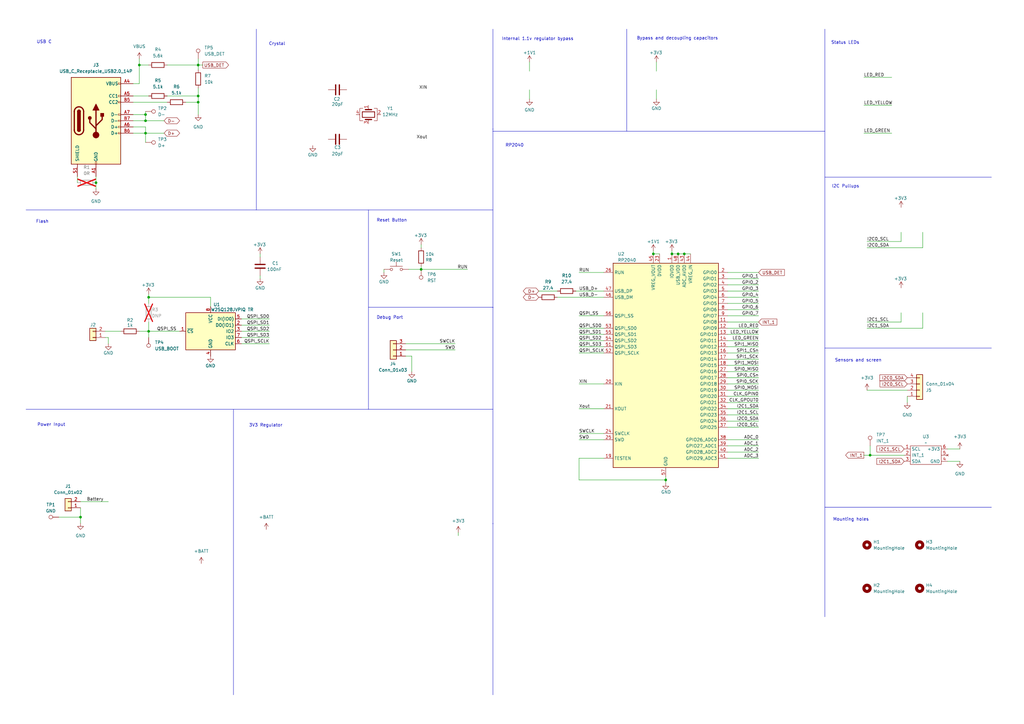
<source format=kicad_sch>
(kicad_sch (version 20231120) (generator "eeschema") (generator_version "8.0")
  (paper "A3")
  (lib_symbols
    (symbol "Connector:TestPoint" (pin_numbers hide) (pin_names (offset 0.762) hide)
      (property "Reference" "TP" (at 0 6.858 0))
      (property "Value" "TestPoint" (at 0 5.08 0))
      (symbol "TestPoint_0_1"
        (circle (center 0 3.302) (radius 0.762))
      )
      (symbol "TestPoint_1_1"
        (pin passive line (at 0 0 90) (length 2.54) (name "1") (number "1"))
      )
    )
    (symbol "Connector:USB_C_Receptacle_USB2.0_14P" (pin_names (offset 1.016))
      (property "Reference" "J" (at 0 22.225 0))
      (property "Value" "USB_C_Receptacle_USB2.0_14P" (at 0 19.685 0))
      (symbol "USB_C_Receptacle_USB2.0_14P_0_0"
        (rectangle (start -0.254 -17.78) (end 0.254 -16.764))
        (rectangle (start 10.16 -4.826) (end 9.144 -5.334))
        (rectangle (start 10.16 -2.286) (end 9.144 -2.794))
        (rectangle (start 10.16 0.254) (end 9.144 -0.254))
        (rectangle (start 10.16 2.794) (end 9.144 2.286))
        (rectangle (start 10.16 7.874) (end 9.144 7.366))
        (rectangle (start 10.16 10.414) (end 9.144 9.906))
        (rectangle (start 10.16 15.494) (end 9.144 14.986))
      )
      (symbol "USB_C_Receptacle_USB2.0_14P_0_1"
        (rectangle (start -10.16 17.78) (end 10.16 -17.78) (stroke (width 0.254)) (fill (type background)))
        (arc (start -8.89 -3.81) (mid -6.985 -5.7067) (end -5.08 -3.81) (stroke (width 0.508)))
        (arc (start -7.62 -3.81) (mid -6.985 -4.4423) (end -6.35 -3.81) (stroke (width 0.254)))
        (arc (start -7.62 -3.81) (mid -6.985 -4.4423) (end -6.35 -3.81) (stroke (width 0.254)) (fill (type outline)))
        (rectangle (start -7.62 -3.81) (end -6.35 3.81) (stroke (width 0.254)) (fill (type outline)))
        (arc (start -6.35 3.81) (mid -6.985 4.4423) (end -7.62 3.81) (stroke (width 0.254)))
        (arc (start -6.35 3.81) (mid -6.985 4.4423) (end -7.62 3.81) (stroke (width 0.254)) (fill (type outline)))
        (arc (start -5.08 3.81) (mid -6.985 5.7067) (end -8.89 3.81) (stroke (width 0.508)))
        (circle (center -2.54 1.143) (radius 0.635) (stroke (width 0.254)) (fill (type outline)))
        (circle (center 0 -5.842) (radius 1.27) (fill (type outline)))
        (polyline (pts (xy -8.89 -3.81) (xy -8.89 3.81)) (stroke (width 0.508)))
        (polyline (pts (xy -5.08 3.81) (xy -5.08 -3.81)) (stroke (width 0.508)))
        (polyline (pts (xy 0 -5.842) (xy 0 4.318)) (stroke (width 0.508)))
        (polyline (pts (xy 0 -3.302) (xy -2.54 -0.762) (xy -2.54 0.508)) (stroke (width 0.508)))
        (polyline (pts (xy 0 -2.032) (xy 2.54 0.508) (xy 2.54 1.778)) (stroke (width 0.508)))
        (polyline (pts (xy -1.27 4.318) (xy 0 6.858) (xy 1.27 4.318) (xy -1.27 4.318)) (stroke (width 0.254)) (fill (type outline)))
        (rectangle (start 1.905 1.778) (end 3.175 3.048) (stroke (width 0.254)) (fill (type outline)))
      )
      (symbol "USB_C_Receptacle_USB2.0_14P_1_1"
        (pin passive line (at 0 -22.86 90) (length 5.08) (name "GND") (number "A1"))
        (pin passive line (at 0 -22.86 90) (length 5.08) hide (name "GND") (number "A12"))
        (pin passive line (at 15.24 15.24 180) (length 5.08) (name "VBUS") (number "A4"))
        (pin bidirectional line (at 15.24 10.16 180) (length 5.08) (name "CC1") (number "A5"))
        (pin bidirectional line (at 15.24 -2.54 180) (length 5.08) (name "D+") (number "A6"))
        (pin bidirectional line (at 15.24 2.54 180) (length 5.08) (name "D-") (number "A7"))
        (pin passive line (at 15.24 15.24 180) (length 5.08) hide (name "VBUS") (number "A9"))
        (pin passive line (at 0 -22.86 90) (length 5.08) hide (name "GND") (number "B1"))
        (pin passive line (at 0 -22.86 90) (length 5.08) hide (name "GND") (number "B12"))
        (pin passive line (at 15.24 15.24 180) (length 5.08) hide (name "VBUS") (number "B4"))
        (pin bidirectional line (at 15.24 7.62 180) (length 5.08) (name "CC2") (number "B5"))
        (pin bidirectional line (at 15.24 -5.08 180) (length 5.08) (name "D+") (number "B6"))
        (pin bidirectional line (at 15.24 0 180) (length 5.08) (name "D-") (number "B7"))
        (pin passive line (at 15.24 15.24 180) (length 5.08) hide (name "VBUS") (number "B9"))
        (pin passive line (at -7.62 -22.86 90) (length 5.08) (name "SHIELD") (number "S1"))
      )
    )
    (symbol "Connector_Generic:Conn_01x02" (pin_names (offset 1.016) hide)
      (property "Reference" "J" (at 0 2.54 0))
      (property "Value" "Conn_01x02" (at 0 -5.08 0))
      (symbol "Conn_01x02_1_1"
        (rectangle (start -1.27 -2.413) (end 0 -2.667) (stroke (width 0.1524)))
        (rectangle (start -1.27 0.127) (end 0 -0.127) (stroke (width 0.1524)))
        (rectangle (start -1.27 1.27) (end 1.27 -3.81) (stroke (width 0.254)) (fill (type background)))
        (pin passive line (at -5.08 0 0) (length 3.81) (name "Pin_1") (number "1"))
        (pin passive line (at -5.08 -2.54 0) (length 3.81) (name "Pin_2") (number "2"))
      )
    )
    (symbol "Connector_Generic:Conn_01x03" (pin_names (offset 1.016) hide)
      (property "Reference" "J" (at 0 5.08 0))
      (property "Value" "Conn_01x03" (at 0 -5.08 0))
      (symbol "Conn_01x03_1_1"
        (rectangle (start -1.27 -2.413) (end 0 -2.667) (stroke (width 0.1524)))
        (rectangle (start -1.27 0.127) (end 0 -0.127) (stroke (width 0.1524)))
        (rectangle (start -1.27 2.667) (end 0 2.413) (stroke (width 0.1524)))
        (rectangle (start -1.27 3.81) (end 1.27 -3.81) (stroke (width 0.254)) (fill (type background)))
        (pin passive line (at -5.08 2.54 0) (length 3.81) (name "Pin_1") (number "1"))
        (pin passive line (at -5.08 0 0) (length 3.81) (name "Pin_2") (number "2"))
        (pin passive line (at -5.08 -2.54 0) (length 3.81) (name "Pin_3") (number "3"))
      )
    )
    (symbol "Connector_Generic:Conn_01x04" (pin_names (offset 1.016) hide)
      (property "Reference" "J" (at 0 5.08 0))
      (property "Value" "Conn_01x04" (at 0 -7.62 0))
      (symbol "Conn_01x04_1_1"
        (rectangle (start -1.27 -4.953) (end 0 -5.207) (stroke (width 0.1524)))
        (rectangle (start -1.27 -2.413) (end 0 -2.667) (stroke (width 0.1524)))
        (rectangle (start -1.27 0.127) (end 0 -0.127) (stroke (width 0.1524)))
        (rectangle (start -1.27 2.667) (end 0 2.413) (stroke (width 0.1524)))
        (rectangle (start -1.27 3.81) (end 1.27 -6.35) (stroke (width 0.254)) (fill (type background)))
        (pin passive line (at -5.08 2.54 0) (length 3.81) (name "Pin_1") (number "1"))
        (pin passive line (at -5.08 0 0) (length 3.81) (name "Pin_2") (number "2"))
        (pin passive line (at -5.08 -2.54 0) (length 3.81) (name "Pin_3") (number "3"))
        (pin passive line (at -5.08 -5.08 0) (length 3.81) (name "Pin_4") (number "4"))
      )
    )
    (symbol "Device:C" (pin_numbers hide) (pin_names (offset 0.254))
      (property "Reference" "C" (at 0.635 2.54 0))
      (property "Value" "C" (at 0.635 -2.54 0))
      (symbol "C_0_1"
        (polyline (pts (xy -2.032 -0.762) (xy 2.032 -0.762)) (stroke (width 0.508)))
        (polyline (pts (xy -2.032 0.762) (xy 2.032 0.762)) (stroke (width 0.508)))
      )
      (symbol "C_1_1"
        (pin passive line (at 0 3.81 270) (length 2.794) (name "~") (number "1"))
        (pin passive line (at 0 -3.81 90) (length 2.794) (name "~") (number "2"))
      )
    )
    (symbol "Device:Crystal_GND24" (pin_names (offset 1.016) hide)
      (property "Reference" "Y" (at 3.175 5.08 0))
      (property "Value" "Crystal_GND24" (at 3.175 3.175 0))
      (symbol "Crystal_GND24_0_1"
        (rectangle (start -1.143 2.54) (end 1.143 -2.54) (stroke (width 0.3048)))
        (polyline (pts (xy -2.54 0) (xy -2.032 0)))
        (polyline (pts (xy -2.032 -1.27) (xy -2.032 1.27)) (stroke (width 0.508)))
        (polyline (pts (xy 0 -3.81) (xy 0 -3.556)))
        (polyline (pts (xy 0 3.556) (xy 0 3.81)))
        (polyline (pts (xy 2.032 -1.27) (xy 2.032 1.27)) (stroke (width 0.508)))
        (polyline (pts (xy 2.032 0) (xy 2.54 0)))
        (polyline (pts (xy -2.54 -2.286) (xy -2.54 -3.556) (xy 2.54 -3.556) (xy 2.54 -2.286)))
        (polyline (pts (xy -2.54 2.286) (xy -2.54 3.556) (xy 2.54 3.556) (xy 2.54 2.286)))
      )
      (symbol "Crystal_GND24_1_1"
        (pin passive line (at -3.81 0 0) (length 1.27) (name "1") (number "1"))
        (pin passive line (at 0 5.08 270) (length 1.27) (name "2") (number "2"))
        (pin passive line (at 3.81 0 180) (length 1.27) (name "3") (number "3"))
        (pin passive line (at 0 -5.08 90) (length 1.27) (name "4") (number "4"))
      )
    )
    (symbol "Device:R" (pin_numbers hide) (pin_names (offset 0))
      (property "Reference" "R" (at 2.032 0 90))
      (property "Value" "R" (at 0 0 90))
      (symbol "R_0_1"
        (rectangle (start -1.016 -2.54) (end 1.016 2.54) (stroke (width 0.254)))
      )
      (symbol "R_1_1"
        (pin passive line (at 0 3.81 270) (length 1.27) (name "~") (number "1"))
        (pin passive line (at 0 -3.81 90) (length 1.27) (name "~") (number "2"))
      )
    )
    (symbol "MCU_RaspberryPi:RP2040"
      (property "Reference" "U" (at 17.78 45.72 0))
      (property "Value" "RP2040" (at 17.78 43.18 0))
      (symbol "RP2040_0_1"
        (rectangle (start -21.59 41.91) (end 21.59 -41.91) (stroke (width 0.254)) (fill (type background)))
      )
      (symbol "RP2040_1_1"
        (pin power_in line (at 2.54 45.72 270) (length 3.81) (name "IOVDD") (number "1"))
        (pin passive line (at 2.54 45.72 270) (length 3.81) hide (name "IOVDD") (number "10"))
        (pin bidirectional line (at 25.4 17.78 180) (length 3.81) (name "GPIO8") (number "11"))
        (pin bidirectional line (at 25.4 15.24 180) (length 3.81) (name "GPIO9") (number "12"))
        (pin bidirectional line (at 25.4 12.7 180) (length 3.81) (name "GPIO10") (number "13"))
        (pin bidirectional line (at 25.4 10.16 180) (length 3.81) (name "GPIO11") (number "14"))
        (pin bidirectional line (at 25.4 7.62 180) (length 3.81) (name "GPIO12") (number "15"))
        (pin bidirectional line (at 25.4 5.08 180) (length 3.81) (name "GPIO13") (number "16"))
        (pin bidirectional line (at 25.4 2.54 180) (length 3.81) (name "GPIO14") (number "17"))
        (pin bidirectional line (at 25.4 0 180) (length 3.81) (name "GPIO15") (number "18"))
        (pin input line (at -25.4 -38.1 0) (length 3.81) (name "TESTEN") (number "19"))
        (pin bidirectional line (at 25.4 38.1 180) (length 3.81) (name "GPIO0") (number "2"))
        (pin input line (at -25.4 -7.62 0) (length 3.81) (name "XIN") (number "20"))
        (pin passive line (at -25.4 -17.78 0) (length 3.81) (name "XOUT") (number "21"))
        (pin passive line (at 2.54 45.72 270) (length 3.81) hide (name "IOVDD") (number "22"))
        (pin power_in line (at -2.54 45.72 270) (length 3.81) (name "DVDD") (number "23"))
        (pin output line (at -25.4 -27.94 0) (length 3.81) (name "SWCLK") (number "24"))
        (pin bidirectional line (at -25.4 -30.48 0) (length 3.81) (name "SWD") (number "25"))
        (pin input line (at -25.4 38.1 0) (length 3.81) (name "RUN") (number "26"))
        (pin bidirectional line (at 25.4 -2.54 180) (length 3.81) (name "GPIO16") (number "27"))
        (pin bidirectional line (at 25.4 -5.08 180) (length 3.81) (name "GPIO17") (number "28"))
        (pin bidirectional line (at 25.4 -7.62 180) (length 3.81) (name "GPIO18") (number "29"))
        (pin bidirectional line (at 25.4 35.56 180) (length 3.81) (name "GPIO1") (number "3"))
        (pin bidirectional line (at 25.4 -10.16 180) (length 3.81) (name "GPIO19") (number "30"))
        (pin bidirectional line (at 25.4 -12.7 180) (length 3.81) (name "GPIO20") (number "31"))
        (pin bidirectional line (at 25.4 -15.24 180) (length 3.81) (name "GPIO21") (number "32"))
        (pin passive line (at 2.54 45.72 270) (length 3.81) hide (name "IOVDD") (number "33"))
        (pin bidirectional line (at 25.4 -17.78 180) (length 3.81) (name "GPIO22") (number "34"))
        (pin bidirectional line (at 25.4 -20.32 180) (length 3.81) (name "GPIO23") (number "35"))
        (pin bidirectional line (at 25.4 -22.86 180) (length 3.81) (name "GPIO24") (number "36"))
        (pin bidirectional line (at 25.4 -25.4 180) (length 3.81) (name "GPIO25") (number "37"))
        (pin bidirectional line (at 25.4 -30.48 180) (length 3.81) (name "GPIO26_ADC0") (number "38"))
        (pin bidirectional line (at 25.4 -33.02 180) (length 3.81) (name "GPIO27_ADC1") (number "39"))
        (pin bidirectional line (at 25.4 33.02 180) (length 3.81) (name "GPIO2") (number "4"))
        (pin bidirectional line (at 25.4 -35.56 180) (length 3.81) (name "GPIO28_ADC2") (number "40"))
        (pin bidirectional line (at 25.4 -38.1 180) (length 3.81) (name "GPIO29_ADC3") (number "41"))
        (pin passive line (at 2.54 45.72 270) (length 3.81) hide (name "IOVDD") (number "42"))
        (pin power_in line (at 7.62 45.72 270) (length 3.81) (name "ADC_AVDD") (number "43"))
        (pin power_in line (at 10.16 45.72 270) (length 3.81) (name "VREG_IN") (number "44"))
        (pin power_out line (at -5.08 45.72 270) (length 3.81) (name "VREG_VOUT") (number "45"))
        (pin bidirectional line (at -25.4 27.94 0) (length 3.81) (name "USB_DM") (number "46"))
        (pin bidirectional line (at -25.4 30.48 0) (length 3.81) (name "USB_DP") (number "47"))
        (pin power_in line (at 5.08 45.72 270) (length 3.81) (name "USB_VDD") (number "48"))
        (pin passive line (at 2.54 45.72 270) (length 3.81) hide (name "IOVDD") (number "49"))
        (pin bidirectional line (at 25.4 30.48 180) (length 3.81) (name "GPIO3") (number "5"))
        (pin passive line (at -2.54 45.72 270) (length 3.81) hide (name "DVDD") (number "50"))
        (pin bidirectional line (at -25.4 7.62 0) (length 3.81) (name "QSPI_SD3") (number "51"))
        (pin output line (at -25.4 5.08 0) (length 3.81) (name "QSPI_SCLK") (number "52"))
        (pin bidirectional line (at -25.4 15.24 0) (length 3.81) (name "QSPI_SD0") (number "53"))
        (pin bidirectional line (at -25.4 10.16 0) (length 3.81) (name "QSPI_SD2") (number "54"))
        (pin bidirectional line (at -25.4 12.7 0) (length 3.81) (name "QSPI_SD1") (number "55"))
        (pin bidirectional line (at -25.4 20.32 0) (length 3.81) (name "QSPI_SS") (number "56"))
        (pin power_in line (at 0 -45.72 90) (length 3.81) (name "GND") (number "57"))
        (pin bidirectional line (at 25.4 27.94 180) (length 3.81) (name "GPIO4") (number "6"))
        (pin bidirectional line (at 25.4 25.4 180) (length 3.81) (name "GPIO5") (number "7"))
        (pin bidirectional line (at 25.4 22.86 180) (length 3.81) (name "GPIO6") (number "8"))
        (pin bidirectional line (at 25.4 20.32 180) (length 3.81) (name "GPIO7") (number "9"))
      )
    )
    (symbol "Mechanical:MountingHole" (pin_names (offset 1.016))
      (property "Reference" "H" (at 0 5.08 0))
      (property "Value" "MountingHole" (at 0 3.175 0))
      (symbol "MountingHole_0_1"
        (circle (center 0 0) (radius 1.27) (stroke (width 1.27)))
      )
    )
    (symbol "Memory_Flash:W25Q128JVS"
      (property "Reference" "U?" (at -8.89 8.89 0))
      (property "Value" "W25Q128JVS" (at 7.62 8.89 0))
      (symbol "W25Q128JVS_0_1"
        (rectangle (start -10.16 7.62) (end 10.16 -7.62) (stroke (width 0.254)) (fill (type background)))
      )
      (symbol "W25Q128JVS_1_1"
        (pin input line (at -12.7 0 0) (length 2.54) (name "~{CS}") (number "1"))
        (pin bidirectional line (at 12.7 2.54 180) (length 2.54) (name "DO(IO1)") (number "2"))
        (pin bidirectional line (at 12.7 0 180) (length 2.54) (name "IO2") (number "3"))
        (pin power_in line (at 0 -10.16 90) (length 2.54) (name "GND") (number "4"))
        (pin bidirectional line (at 12.7 5.08 180) (length 2.54) (name "DI(IO0)") (number "5"))
        (pin input line (at 12.7 -5.08 180) (length 2.54) (name "CLK") (number "6"))
        (pin bidirectional line (at 12.7 -2.54 180) (length 2.54) (name "IO3") (number "7"))
        (pin power_in line (at 0 10.16 270) (length 2.54) (name "VCC") (number "8"))
      )
    )
    (symbol "Power_Symbols:+3V3_A" (power) (pin_names (offset 0))
      (property "Value" "+3V3_A" (at 0 3.556 0))
      (symbol "+3V3_A_0_1"
        (polyline (pts (xy -0.762 1.27) (xy 0 2.54)))
        (polyline (pts (xy 0 0) (xy 0 2.54)))
        (polyline (pts (xy 0 2.54) (xy 0.762 1.27)))
      )
      (symbol "+3V3_A_1_1"
        (pin power_in line (at 0 0 90) (length 0) hide (name "+3V3_A") (number "1"))
      )
    )
    (symbol "Sense:Sense_Calistated"
      (property "Reference" "U4" (at 0 12.7 0))
      (property "Value" "~" (at 0 10.16 0))
      (symbol "Sense_Calistated_1_1"
        (rectangle (start -6.35 8.89) (end 6.35 1.27))
        (pin output line (at -8.89 7.62 0) (length 2.54) (name "SCL") (number "1"))
        (pin output line (at -8.89 5.08 0) (length 2.54) (name "INT_1") (number "2"))
        (pin output line (at -8.89 2.54 0) (length 2.54) (name "SDA") (number "3"))
        (pin input line (at 8.89 2.54 180) (length 2.54) (name "GND") (number "4"))
        (pin no_connect line (at 8.89 5.08 180) (length 2.54) (name "") (number "5"))
        (pin input line (at 8.89 7.62 180) (length 2.54) (name "+3V3") (number "6"))
      )
    )
    (symbol "Switch:SW_Push" (pin_numbers hide) (pin_names (offset 1.016) hide)
      (property "Reference" "SW" (at 1.27 2.54 0))
      (property "Value" "SW_Push" (at 0 -1.524 0))
      (symbol "SW_Push_0_1"
        (circle (center -2.032 0) (radius 0.508))
        (polyline (pts (xy 0 1.27) (xy 0 3.048)))
        (polyline (pts (xy 2.54 1.27) (xy -2.54 1.27)))
        (circle (center 2.032 0) (radius 0.508))
        (pin passive line (at -5.08 0 0) (length 2.54) (name "1") (number "1"))
        (pin passive line (at 5.08 0 180) (length 2.54) (name "2") (number "2"))
      )
    )
    (symbol "power:+1V1" (power) (pin_names (offset 0))
      (property "Value" "+1V1" (at 0 3.556 0))
      (symbol "+1V1_0_1"
        (polyline (pts (xy -0.762 1.27) (xy 0 2.54)))
        (polyline (pts (xy 0 0) (xy 0 2.54)))
        (polyline (pts (xy 0 2.54) (xy 0.762 1.27)))
      )
      (symbol "+1V1_1_1"
        (pin power_in line (at 0 0 90) (length 0) hide (name "+1V1") (number "1"))
      )
    )
    (symbol "power:+3V3" (power) (pin_names (offset 0))
      (property "Value" "+3V3" (at 0 3.556 0))
      (symbol "+3V3_0_1"
        (polyline (pts (xy -0.762 1.27) (xy 0 2.54)))
        (polyline (pts (xy 0 0) (xy 0 2.54)))
        (polyline (pts (xy 0 2.54) (xy 0.762 1.27)))
      )
      (symbol "+3V3_1_1"
        (pin power_in line (at 0 0 90) (length 0) hide (name "+3V3") (number "1"))
      )
    )
    (symbol "power:+BATT" (power) (pin_names (offset 0))
      (property "Value" "+BATT" (at 0 3.556 0))
      (symbol "+BATT_0_1"
        (polyline (pts (xy -0.762 1.27) (xy 0 2.54)))
        (polyline (pts (xy 0 0) (xy 0 2.54)))
        (polyline (pts (xy 0 2.54) (xy 0.762 1.27)))
      )
      (symbol "+BATT_1_1"
        (pin power_in line (at 0 0 90) (length 0) hide (name "+BATT") (number "1"))
      )
    )
    (symbol "power:GND" (power) (pin_names (offset 0))
      (property "Value" "GND" (at 0 -3.81 0))
      (symbol "GND_0_1"
        (polyline (pts (xy 0 0) (xy 0 -1.27) (xy 1.27 -1.27) (xy 0 -2.54) (xy -1.27 -1.27) (xy 0 -1.27)))
      )
      (symbol "GND_1_1"
        (pin power_in line (at 0 0 270) (length 0) hide (name "GND") (number "1"))
      )
    )
    (symbol "power:VBUS" (power) (pin_names (offset 0))
      (property "Value" "VBUS" (at 0 3.81 0))
      (symbol "VBUS_0_1"
        (polyline (pts (xy -0.762 1.27) (xy 0 2.54)))
        (polyline (pts (xy 0 0) (xy 0 2.54)))
        (polyline (pts (xy 0 2.54) (xy 0.762 1.27)))
      )
      (symbol "VBUS_1_1"
        (pin power_in line (at 0 0 90) (length 0) hide (name "VBUS") (number "1"))
      )
    )
  )
  (junction (at 60.96 121.92))
  (junction (at 33.02 212.09))
  (junction (at 81.28 26.67))
  (junction (at 60.96 135.89))
  (junction (at 172.72 110.49))
  (junction (at 59.69 49.53))
  (junction (at 273.05 196.85))
  (junction (at 267.97 104.14))
  (junction (at 280.67 104.14))
  (junction (at 59.69 54.61))
  (junction (at 275.59 104.14))
  (junction (at 81.28 39.37))
  (junction (at 57.15 26.67))
  (junction (at 39.37 74.93))
  (junction (at 59.69 46.99))
  (junction (at 278.13 104.14))
  (junction (at 356.87 186.69))
  (junction (at 81.28 41.91))
  (polyline (pts (xy 338.328 72.644) (xy 406.654 72.644)))
  (wire (pts (xy 298.45 134.62) (xy 311.15 134.62)))
  (wire (pts (xy 298.45 114.3) (xy 311.15 114.3)))
  (wire (pts (xy 298.45 152.4) (xy 311.15 152.4)))
  (wire (pts (xy 298.45 142.24) (xy 311.15 142.24)))
  (wire (pts (xy 237.49 187.96) (xy 237.49 196.85)))
  (polyline (pts (xy 338.328 208.026) (xy 406.654 208.026)))
  (wire (pts (xy 298.45 147.32) (xy 311.15 147.32)))
  (wire (pts (xy 228.6 121.92) (xy 247.65 121.92)))
  (wire (pts (xy 298.45 111.76) (xy 311.15 111.76)))
  (wire (pts (xy 273.05 196.85) (xy 273.05 195.58)))
  (wire (pts (xy 59.69 49.53) (xy 54.61 49.53)))
  (polyline (pts (xy 338.328 53.848) (xy 202.184 53.848)))
  (wire (pts (xy 311.15 132.08) (xy 298.45 132.08)))
  (polyline (pts (xy 105.156 11.938) (xy 105.156 86.106)))
  (wire (pts (xy 106.68 114.3) (xy 106.68 113.03)))
  (wire (pts (xy 76.2 41.91) (xy 81.28 41.91)))
  (wire (pts (xy 236.22 119.38) (xy 247.65 119.38)))
  (wire (pts (xy 298.45 172.72) (xy 311.15 172.72)))
  (polyline (pts (xy 151.13 86.106) (xy 151.13 167.894)))
  (wire (pts (xy 237.49 137.16) (xy 247.65 137.16)))
  (wire (pts (xy 43.18 135.89) (xy 49.53 135.89)))
  (wire (pts (xy 68.58 26.67) (xy 81.28 26.67)))
  (wire (pts (xy 355.6 101.6) (xy 378.46 101.6)))
  (wire (pts (xy 298.45 162.56) (xy 311.15 162.56)))
  (wire (pts (xy 298.45 137.16) (xy 311.15 137.16)))
  (wire (pts (xy 33.02 205.74) (xy 44.45 205.74)))
  (polyline (pts (xy 257.048 11.938) (xy 257.048 53.848)))
  (wire (pts (xy 33.02 208.28) (xy 33.02 212.09)))
  (wire (pts (xy 237.49 134.62) (xy 247.65 134.62)))
  (wire (pts (xy 354.33 54.61) (xy 365.76 54.61)))
  (polyline (pts (xy 338.328 142.748) (xy 406.654 142.748)))
  (wire (pts (xy 57.15 24.13) (xy 57.15 26.67)))
  (wire (pts (xy 54.61 46.99) (xy 59.69 46.99)))
  (polyline (pts (xy 202.184 214.63) (xy 202.184 284.988)))
  (polyline (pts (xy 202.184 52.832) (xy 202.184 53.848)))
  (wire (pts (xy 81.28 41.91) (xy 81.28 46.99)))
  (wire (pts (xy 57.15 135.89) (xy 60.96 135.89)))
  (wire (pts (xy 60.96 135.89) (xy 60.96 138.43)))
  (wire (pts (xy 110.49 135.89) (xy 99.06 135.89)))
  (wire (pts (xy 166.37 140.97) (xy 186.69 140.97)))
  (wire (pts (xy 298.45 139.7) (xy 311.15 139.7)))
  (wire (pts (xy 81.28 36.195) (xy 81.28 39.37)))
  (wire (pts (xy 60.96 135.89) (xy 73.66 135.89)))
  (wire (pts (xy 106.68 104.14) (xy 106.68 105.41)))
  (wire (pts (xy 298.45 116.84) (xy 311.15 116.84)))
  (wire (pts (xy 60.96 120.65) (xy 60.96 121.92)))
  (polyline (pts (xy 338.328 11.938) (xy 338.328 252.984)))
  (wire (pts (xy 237.49 111.76) (xy 247.65 111.76)))
  (wire (pts (xy 378.46 128.27) (xy 378.46 134.62)))
  (wire (pts (xy 59.69 45.72) (xy 59.69 46.99)))
  (wire (pts (xy 68.58 39.37) (xy 81.28 39.37)))
  (wire (pts (xy 43.18 138.43) (xy 44.45 138.43)))
  (wire (pts (xy 298.45 187.96) (xy 311.15 187.96)))
  (wire (pts (xy 298.45 182.88) (xy 311.15 182.88)))
  (wire (pts (xy 354.33 186.69) (xy 356.87 186.69)))
  (wire (pts (xy 59.69 52.07) (xy 59.69 54.61)))
  (polyline (pts (xy 10.668 167.894) (xy 151.13 167.894)))
  (wire (pts (xy 110.49 140.97) (xy 99.06 140.97)))
  (wire (pts (xy 217.17 36.83) (xy 217.17 40.64)))
  (polyline (pts (xy 151.13 167.894) (xy 202.184 167.894)))
  (polyline (pts (xy 202.184 53.848) (xy 202.184 214.884)))
  (wire (pts (xy 57.15 34.29) (xy 54.61 34.29)))
  (wire (pts (xy 39.37 74.93) (xy 39.37 72.39)))
  (wire (pts (xy 237.49 196.85) (xy 273.05 196.85)))
  (wire (pts (xy 356.87 186.69) (xy 370.84 186.69)))
  (wire (pts (xy 237.49 144.78) (xy 247.65 144.78)))
  (wire (pts (xy 369.57 132.08) (xy 369.57 128.27)))
  (polyline (pts (xy 151.13 125.984) (xy 202.184 125.984)))
  (wire (pts (xy 298.45 144.78) (xy 311.15 144.78)))
  (wire (pts (xy 355.6 160.02) (xy 372.11 160.02)))
  (polyline (pts (xy 202.184 125.984) (xy 202.184 126.238)))
  (wire (pts (xy 237.49 139.7) (xy 247.65 139.7)))
  (wire (pts (xy 157.48 111.76) (xy 157.48 110.49)))
  (wire (pts (xy 298.45 157.48) (xy 311.15 157.48)))
  (polyline (pts (xy 202.184 11.938) (xy 202.184 53.086)))
  (wire (pts (xy 267.97 102.87) (xy 267.97 104.14)))
  (wire (pts (xy 237.49 157.48) (xy 247.65 157.48)))
  (wire (pts (xy 33.02 212.09) (xy 33.02 214.63)))
  (polyline (pts (xy 10.668 86.106) (xy 202.184 86.106)))
  (wire (pts (xy 237.49 142.24) (xy 247.65 142.24)))
  (wire (pts (xy 217.17 25.4) (xy 217.17 29.21)))
  (wire (pts (xy 60.96 132.08) (xy 60.96 135.89)))
  (wire (pts (xy 110.49 133.35) (xy 99.06 133.35)))
  (wire (pts (xy 237.49 177.8) (xy 247.65 177.8)))
  (wire (pts (xy 298.45 175.26) (xy 311.15 175.26)))
  (wire (pts (xy 59.69 49.53) (xy 67.31 49.53)))
  (wire (pts (xy 298.45 119.38) (xy 311.15 119.38)))
  (wire (pts (xy 39.37 77.47) (xy 39.37 74.93)))
  (wire (pts (xy 278.13 104.14) (xy 280.67 104.14)))
  (wire (pts (xy 298.45 185.42) (xy 311.15 185.42)))
  (wire (pts (xy 372.11 165.1) (xy 372.11 162.56)))
  (wire (pts (xy 267.97 104.14) (xy 270.51 104.14)))
  (wire (pts (xy 393.7 189.23) (xy 388.62 189.23)))
  (wire (pts (xy 275.59 102.87) (xy 275.59 104.14)))
  (wire (pts (xy 298.45 165.1) (xy 311.15 165.1)))
  (wire (pts (xy 369.57 132.08) (xy 355.6 132.08)))
  (wire (pts (xy 172.72 109.22) (xy 172.72 110.49)))
  (wire (pts (xy 298.45 154.94) (xy 311.15 154.94)))
  (wire (pts (xy 59.69 46.99) (xy 59.69 49.53)))
  (wire (pts (xy 269.24 36.83) (xy 269.24 40.64)))
  (wire (pts (xy 59.69 58.42) (xy 59.69 54.61)))
  (wire (pts (xy 81.28 24.13) (xy 81.28 26.67)))
  (wire (pts (xy 60.96 121.92) (xy 60.96 124.46)))
  (wire (pts (xy 54.61 52.07) (xy 59.69 52.07)))
  (wire (pts (xy 168.91 146.05) (xy 166.37 146.05)))
  (wire (pts (xy 60.96 121.92) (xy 86.36 121.92)))
  (wire (pts (xy 275.59 104.14) (xy 278.13 104.14)))
  (wire (pts (xy 354.33 31.75) (xy 365.76 31.75)))
  (wire (pts (xy 237.49 180.34) (xy 247.65 180.34)))
  (wire (pts (xy 298.45 149.86) (xy 311.15 149.86)))
  (wire (pts (xy 168.91 146.05) (xy 168.91 152.4)))
  (wire (pts (xy 237.49 167.64) (xy 247.65 167.64)))
  (wire (pts (xy 81.28 39.37) (xy 81.28 41.91)))
  (wire (pts (xy 298.45 129.54) (xy 311.15 129.54)))
  (wire (pts (xy 57.15 26.67) (xy 60.96 26.67)))
  (wire (pts (xy 298.45 167.64) (xy 311.15 167.64)))
  (wire (pts (xy 54.61 41.91) (xy 68.58 41.91)))
  (wire (pts (xy 166.37 143.51) (xy 186.69 143.51)))
  (wire (pts (xy 355.6 134.62) (xy 378.46 134.62)))
  (polyline (pts (xy 95.758 167.894) (xy 95.758 284.988)))
  (wire (pts (xy 172.72 110.49) (xy 191.77 110.49)))
  (wire (pts (xy 81.28 26.67) (xy 81.28 28.575)))
  (wire (pts (xy 220.98 119.38) (xy 228.6 119.38)))
  (wire (pts (xy 59.69 54.61) (xy 67.31 54.61)))
  (wire (pts (xy 44.45 138.43) (xy 44.45 140.97)))
  (wire (pts (xy 237.49 129.54) (xy 247.65 129.54)))
  (wire (pts (xy 31.75 72.39) (xy 31.75 74.93)))
  (wire (pts (xy 298.45 127) (xy 311.15 127)))
  (wire (pts (xy 369.57 95.25) (xy 369.57 99.06)))
  (wire (pts (xy 298.45 180.34) (xy 311.15 180.34)))
  (wire (pts (xy 280.67 104.14) (xy 283.21 104.14)))
  (wire (pts (xy 354.33 43.18) (xy 365.76 43.18)))
  (wire (pts (xy 86.36 125.73) (xy 86.36 121.92)))
  (wire (pts (xy 378.46 95.25) (xy 378.46 101.6)))
  (wire (pts (xy 59.69 54.61) (xy 54.61 54.61)))
  (wire (pts (xy 298.45 170.18) (xy 311.15 170.18)))
  (wire (pts (xy 269.24 25.4) (xy 269.24 29.21)))
  (wire (pts (xy 24.13 212.09) (xy 33.02 212.09)))
  (wire (pts (xy 298.45 124.46) (xy 311.15 124.46)))
  (wire (pts (xy 298.45 160.02) (xy 311.15 160.02)))
  (wire (pts (xy 298.45 121.92) (xy 311.15 121.92)))
  (wire (pts (xy 110.49 138.43) (xy 99.06 138.43)))
  (wire (pts (xy 167.64 110.49) (xy 172.72 110.49)))
  (wire (pts (xy 81.28 26.67) (xy 83.185 26.67)))
  (wire (pts (xy 57.15 26.67) (xy 57.15 34.29)))
  (wire (pts (xy 369.57 99.06) (xy 355.6 99.06)))
  (wire (pts (xy 237.49 187.96) (xy 247.65 187.96)))
  (wire (pts (xy 187.96 219.71) (xy 187.96 218.44)))
  (wire (pts (xy 273.05 198.12) (xy 273.05 196.85)))
  (wire (pts (xy 54.61 39.37) (xy 60.96 39.37)))
  (wire (pts (xy 388.62 184.15) (xy 393.7 184.15)))
  (wire (pts (xy 110.49 130.81) (xy 99.06 130.81)))
  (wire (pts (xy 356.87 182.88) (xy 356.87 186.69)))
  (wire (pts (xy 172.72 100.33) (xy 172.72 101.6)))
  (text "Flash" (at 14.732 91.694 0) (effects (font (size 1.27 1.27)) (justify left bottom)))
  (text "Reset Button" (at 154.432 91.186 0) (effects (font (size 1.27 1.27)) (justify left bottom)))
  (text "USB C" (at 14.986 18.034 0) (effects (font (size 1.27 1.27)) (justify left bottom)))
  (text "Crystal" (at 110.236 18.796 0) (effects (font (size 1.27 1.27)) (justify left bottom)))
  (text "Mounting holes" (at 341.63 213.868 0) (effects (font (size 1.27 1.27)) (justify left bottom)))
  (text "3V3 Regulator" (at 102.108 175.26 0) (effects (font (size 1.27 1.27)) (justify left bottom)))
  (text "Power Input" (at 15.24 175.006 0) (effects (font (size 1.27 1.27)) (justify left bottom)))
  (text "RP2040" (at 207.264 60.452 0) (effects (font (size 1.27 1.27)) (justify left bottom)))
  (text "Sensors and screen" (at 342.392 148.59 0) (effects (font (size 1.27 1.27)) (justify left bottom)))
  (text "Debug Port" (at 154.432 131.064 0) (effects (font (size 1.27 1.27)) (justify left bottom)))
  (text "Status LEDs" (at 340.868 18.288 0) (effects (font (size 1.27 1.27)) (justify left bottom)))
  (text "Bypass and decoupling capacitors" (at 261.112 16.51 0) (effects (font (size 1.27 1.27)) (justify left bottom)))
  (text "Internal 1.1v regulator bypass" (at 205.74 16.764 0) (effects (font (size 1.27 1.27)) (justify left bottom)))
  (text "I2C Pullups" (at 341.122 77.216 0) (effects (font (size 1.27 1.27)) (justify left bottom)))
  (label "QSPI_SCLK" (at 237.49 144.78 0))
  (label "CLK_GPIN0" (at 311.15 162.56 180))
  (label "GPIO_5" (at 311.15 124.46 180))
  (label "I2C1_SCL" (at 355.6 132.08 0))
  (label "LED_GREEN" (at 354.33 54.61 0))
  (label "GPIO_2" (at 311.15 116.84 180))
  (label "QSPI_SD0" (at 237.49 134.62 0))
  (label "Xout" (at 237.49 167.64 0))
  (label "LED_RED" (at 311.15 134.62 180))
  (label "GPIO_1" (at 311.15 114.3 180))
  (label "USB_D+" (at 237.49 119.38 0))
  (label "LED_YELLOW" (at 311.15 137.16 180))
  (label "USB_D-" (at 237.49 121.92 0))
  (label "LED_RED" (at 354.33 31.75 0))
  (label "QSPI_SD3" (at 237.49 142.24 0))
  (label "XIN" (at 175.26 36.83 180))
  (label "GPIO_3" (at 311.15 119.38 180))
  (label "QSPI_SD3" (at 110.49 138.43 180))
  (label "I2C0_SCL" (at 311.15 175.26 180))
  (label "QSPI_SCLK" (at 110.49 140.97 180))
  (label "SPI1_CSn" (at 311.15 144.78 180))
  (label "I2C0_SDA" (at 355.6 101.6 0))
  (label "GPIO_4" (at 311.15 121.92 180))
  (label "QSPI_SD2" (at 237.49 139.7 0))
  (label "RUN" (at 237.49 111.76 0))
  (label "SPI1_SCK" (at 311.15 147.32 180))
  (label "SPI0_SCK" (at 311.15 157.48 180))
  (label "ADC_2" (at 311.15 185.42 180))
  (label "GPIO_7" (at 311.15 129.54 180))
  (label "SWCLK" (at 237.49 177.8 0))
  (label "ADC_1" (at 311.15 182.88 180))
  (label "ADC_0" (at 311.15 180.34 180))
  (label "I2C0_SCL" (at 355.6 99.06 0))
  (label "I2C1_SDA" (at 311.15 167.64 180))
  (label "QSPI_SS" (at 72.39 135.89 180))
  (label "GPIO_6" (at 311.15 127 180))
  (label "QSPI_SD2" (at 110.49 135.89 180))
  (label "LED_YELLOW" (at 354.33 43.18 0))
  (label "SPI1_MISO" (at 311.15 142.24 180))
  (label "LED_GREEN" (at 311.15 139.7 180))
  (label "Xout" (at 175.26 57.15 180))
  (label "XIN" (at 237.49 157.48 0))
  (label "ADC_3" (at 311.15 187.96 180))
  (label "QSPI_SD1" (at 237.49 137.16 0))
  (label "QSPI_SS" (at 237.49 129.54 0))
  (label "I2C1_SCL" (at 311.15 170.18 180))
  (label "QSPI_SD1" (at 110.49 133.35 180))
  (label "Battery" (at 35.56 205.74 0))
  (label "SWCLK" (at 186.69 140.97 180))
  (label "I2C0_SDA" (at 311.15 172.72 180))
  (label "SWD" (at 237.49 180.34 0))
  (label "QSPI_SD0" (at 110.49 130.81 180))
  (label "SPI0_MISO" (at 311.15 152.4 180))
  (label "SPI0_CSn" (at 311.15 154.94 180))
  (label "SWD" (at 186.69 143.51 180))
  (label "SPI1_MOSI" (at 311.15 149.86 180))
  (label "SPI0_MOSI" (at 311.15 160.02 180))
  (label "I2C1_SDA" (at 355.6 134.62 0))
  (label "RUN" (at 191.77 110.49 180))
  (label "CLK_GPOUT0" (at 311.15 165.1 180))
  (global_label "D+" (shape bidirectional) (at 220.98 119.38 180) (property "Intersheetrefs" "${INTERSHEET_REFS}" (effects (hide yes))))
  (global_label "I2C0_SCL" (shape input) (at 372.11 157.48 180) (property "Intersheetrefs" "${INTERSHEET_REFS}" (effects (hide yes))))
  (global_label "D+" (shape bidirectional) (at 67.31 54.61 0) (property "Intersheetrefs" "${INTERSHEET_REFS}" (effects (hide yes))))
  (global_label "INT_1" (shape output) (at 354.33 186.69 180) (property "Intersheetrefs" "${INTERSHEET_REFS}" (effects (hide yes))))
  (global_label "D-" (shape bidirectional) (at 67.31 49.53 0) (property "Intersheetrefs" "${INTERSHEET_REFS}" (effects (hide yes))))
  (global_label "USB_DET" (shape input) (at 311.15 111.76 0) (property "Intersheetrefs" "${INTERSHEET_REFS}" (effects (hide yes))))
  (global_label "I2C1_SDA" (shape input) (at 370.84 189.23 180) (property "Intersheetrefs" "${INTERSHEET_REFS}" (effects (hide yes))))
  (global_label "USB_DET" (shape output) (at 83.185 26.67 0) (property "Intersheetrefs" "${INTERSHEET_REFS}" (effects (hide yes))))
  (global_label "D-" (shape bidirectional) (at 220.98 121.92 180) (property "Intersheetrefs" "${INTERSHEET_REFS}" (effects (hide yes))))
  (global_label "I2C0_SDA" (shape input) (at 372.11 154.94 180) (property "Intersheetrefs" "${INTERSHEET_REFS}" (effects (hide yes))))
  (global_label "INT_1" (shape input) (at 311.15 132.08 0) (property "Intersheetrefs" "${INTERSHEET_REFS}" (effects (hide yes))))
  (global_label "I2C1_SCL" (shape input) (at 370.84 184.15 180) (property "Intersheetrefs" "${INTERSHEET_REFS}" (effects (hide yes))))
  (symbol (lib_id "Connector_Generic:Conn_01x02") (at 27.94 208.28 180) (unit 1)
    (property "Reference" "J1" (at 27.94 199.39 0))
    (property "Value" "Conn_01x02" (at 27.94 201.93 0))
    (property "Footprint" "Connector_JST:JST_XH_B2B-XH-A_1x02_P2.50mm_Vertical" (effects (hide yes)))
    (property "Datasheet" "https://www.lcsc.com/datasheet/lcsc_datasheet_2304140030_JST-B2B-XH-A-LF-SN_C158012.pdf" (effects (hide yes)))
    (property "MPN" "B2B-XH-A(LF)(SN)" (effects (hide yes)))
    (property "LCSC Part Number" "C158012" (effects (hide yes)))
  )
  (symbol (lib_id "Connector:TestPoint") (at 59.69 45.72 270) (unit 1)
    (property "Reference" "TP2" (at 64.77 44.4499 90) (effects (justify left)))
    (property "Value" "D-" (at 64.77 46.9899 90) (effects (justify left)))
    (property "Footprint" "TestPoint:TestPoint_Pad_1.0x1.0mm" (effects (hide yes)))
  )
  (symbol (lib_id "power:GND") (at 269.24 40.64 0) (unit 1)
    (property "Reference" "#PWR021" (effects (hide yes)))
    (property "Value" "GND" (at 269.24 44.45 0))
  )
  (symbol (lib_id "power:GND") (at 217.17 40.64 0) (unit 1)
    (property "Reference" "#PWR018" (effects (hide yes)))
    (property "Value" "GND" (at 217.17 45.085 0))
  )
  (symbol (lib_id "Connector_Generic:Conn_01x04") (at 377.19 160.02 0) (mirror x) (unit 1)
    (property "Reference" "J5" (at 379.73 160.0201 0) (effects (justify left)))
    (property "Value" "Conn_01x04" (at 379.73 157.4801 0) (effects (justify left)))
    (property "Footprint" "Connector_PinSocket_2.54mm:PinSocket_1x04_P2.54mm_Vertical" (effects (hide yes)))
    (property "Datasheet" "https://www.lcsc.com/datasheet/lcsc_datasheet_2207291800_ZHOURI-2-54-1-4_C5116483.pdf" (effects (hide yes)))
    (property "Description" "Generic connector, single row, 01x04, script generated (kicad-library-utils/schlib/autogen/connector/)" (effects (hide yes)))
    (property "LCSC Part Number" "C5116483" (effects (hide yes)))
    (property "MPN" "2.54-1*4" (effects (hide yes)))
  )
  (symbol (lib_id "Mechanical:MountingHole") (at 377.19 223.52 0) (unit 1)
    (property "Reference" "H3" (at 379.73 222.2499 0) (effects (justify left)))
    (property "Value" "MountingHole" (at 379.73 224.7899 0) (effects (justify left)))
    (property "Footprint" "MountingHole:MountingHole_3.2mm_M3" (effects (hide yes)))
    (property "Description" "Mounting Hole without connection" (effects (hide yes)))
  )
  (symbol (lib_id "power:GND") (at 81.28 46.99 0) (unit 1)
    (property "Reference" "#PWR06" (effects (hide yes)))
    (property "Value" "GND" (at 81.28 52.07 0))
  )
  (symbol (lib_id "Connector:USB_C_Receptacle_USB2.0_14P") (at 39.37 49.53 0) (unit 1)
    (property "Reference" "J3" (at 39.37 26.67 0))
    (property "Value" "USB_C_Receptacle_USB2.0_14P" (at 39.37 29.21 0))
    (property "Footprint" "Connector_USB:USB_C_Receptacle_GCT_USB4105-xx-A_16P_TopMnt_Horizontal" (effects (hide yes)))
    (property "Datasheet" "https://www.lcsc.com/datasheet/lcsc_datasheet_2303271630_G-Switch-GT-USB-7010ASV_C2988369.pdf" (effects (hide yes)))
    (property "LCSC Part Number" "C2988369" (effects (hide yes)))
    (property "MPN" "GT-USB-7010ASV" (effects (hide yes)))
  )
  (symbol (lib_id "Connector:TestPoint") (at 81.28 24.13 0) (unit 1)
    (property "Reference" "TP5" (at 83.82 19.5579 0) (effects (justify left)))
    (property "Value" "USB_DET" (at 83.82 22.0979 0) (effects (justify left)))
    (property "Footprint" "TestPoint:TestPoint_Pad_1.0x1.0mm" (effects (hide yes)))
  )
  (symbol (lib_id "power:+BATT") (at 109.22 217.17 0) (unit 1)
    (property "Reference" "#PWR011" (effects (hide yes)))
    (property "Value" "+BATT" (at 109.22 212.09 0))
    (property "Description" "Power symbol creates a global label with name \"+BATT\"" (effects (hide yes)))
  )
  (symbol (lib_id "power:+BATT") (at 82.55 231.14 0) (unit 1)
    (property "Reference" "#PWR07" (effects (hide yes)))
    (property "Value" "+BATT" (at 82.55 226.06 0))
    (property "Description" "Power symbol creates a global label with name \"+BATT\"" (effects (hide yes)))
  )
  (symbol (lib_id "power:GND") (at 39.37 77.47 0) (unit 1)
    (property "Reference" "#PWR02" (effects (hide yes)))
    (property "Value" "GND" (at 39.37 82.55 0))
  )
  (symbol (lib_id "Device:R") (at 60.96 128.27 0) (unit 1) (dnp yes)
    (property "Reference" "R3" (at 62.23 127 0) (effects (justify left)))
    (property "Value" "DNP" (at 62.23 129.54 0) (effects (justify left)))
    (property "Footprint" "Resistor_SMD:R_0805_2012Metric_Pad1.20x1.40mm_HandSolder" (effects (hide yes)))
  )
  (symbol (lib_id "Device:R") (at 232.41 119.38 90) (unit 1)
    (property "Reference" "R10" (at 232.41 113.03 90))
    (property "Value" "27.4" (at 232.41 115.57 90))
    (property "Footprint" "Resistor_SMD:R_0805_2012Metric_Pad1.20x1.40mm_HandSolder" (effects (hide yes)))
    (property "Datasheet" "https://www.lcsc.com/datasheet/lcsc_datasheet_2206010200_UNI-ROYAL-Uniroyal-Elec-0805W8F274JT5E_C17588.pdf" (effects (hide yes)))
    (property "LCSC Part Number" "C17588" (effects (hide yes)))
    (property "MPN" "0805W8F274JT5E" (effects (hide yes)))
  )
  (symbol (lib_id "Power_Symbols:+3V3_A") (at 60.96 120.65 0) (unit 1)
    (property "Reference" "#PWR05" (effects (hide yes)))
    (property "Value" "+3V3" (at 60.706 116.84 0))
  )
  (symbol (lib_id "Mechanical:MountingHole") (at 355.6 241.3 0) (unit 1)
    (property "Reference" "H2" (at 358.14 240.0299 0) (effects (justify left)))
    (property "Value" "MountingHole" (at 358.14 242.5699 0) (effects (justify left)))
    (property "Footprint" "MountingHole:MountingHole_3.2mm_M3" (effects (hide yes)))
    (property "Description" "Mounting Hole without connection" (effects (hide yes)))
  )
  (symbol (lib_id "Device:R") (at 64.77 26.67 90) (unit 1)
    (property "Reference" "R4" (at 64.77 20.32 90))
    (property "Value" "5.6k" (at 64.77 22.86 90))
    (property "Footprint" "Resistor_SMD:R_0805_2012Metric_Pad1.20x1.40mm_HandSolder" (effects (hide yes)))
    (property "Datasheet" "https://www.lcsc.com/datasheet/lcsc_datasheet_2206010216_UNI-ROYAL-Uniroyal-Elec-0805W8F5601T5E_C4382.pdf" (effects (hide yes)))
    (property "LCSC Part Number" "C4382" (effects (hide yes)))
    (property "MPN" "0805W8F5601T5E" (effects (hide yes)))
  )
  (symbol (lib_id "power:+3V3") (at 393.7 184.15 0) (unit 1)
    (property "Reference" "#PWR028" (effects (hide yes)))
    (property "Value" "+3V3" (at 393.7 179.07 0))
    (property "Description" "Power symbol creates a global label with name \"+3V3\"" (effects (hide yes)))
  )
  (symbol (lib_id "power:GND") (at 372.11 165.1 0) (unit 1)
    (property "Reference" "#PWR027" (effects (hide yes)))
    (property "Value" "GND" (at 372.11 170.18 0))
    (property "Description" "Power symbol creates a global label with name \"GND\" , ground" (effects (hide yes)))
  )
  (symbol (lib_id "power:GND") (at 33.02 214.63 0) (unit 1)
    (property "Reference" "#PWR01" (effects (hide yes)))
    (property "Value" "GND" (at 33.02 219.71 0))
  )
  (symbol (lib_id "power:GND") (at 128.27 59.69 0) (unit 1)
    (property "Reference" "#PWR012" (effects (hide yes)))
    (property "Value" "GND" (at 128.27 63.5 0))
  )
  (symbol (lib_id "Device:R") (at 64.77 39.37 90) (unit 1)
    (property "Reference" "R5" (at 64.77 33.02 90))
    (property "Value" "5.1k" (at 64.77 35.56 90))
    (property "Footprint" "Resistor_SMD:R_0805_2012Metric_Pad1.20x1.40mm_HandSolder" (effects (hide yes)))
    (property "Datasheet" "https://www.lcsc.com/datasheet/lcsc_datasheet_2206010030_UNI-ROYAL-Uniroyal-Elec-0805W8F5101T5E_C27834.pdf" (effects (hide yes)))
    (property "LCSC Part Number" "C27834" (effects (hide yes)))
    (property "MPN" "0805W8F5101T5E" (effects (hide yes)))
  )
  (symbol (lib_id "power:GND") (at 168.91 152.4 0) (unit 1)
    (property "Reference" "#PWR014" (effects (hide yes)))
    (property "Value" "GND" (at 168.91 156.21 0))
  )
  (symbol (lib_id "Sense:Sense_Calistated") (at 379.73 191.77 0) (unit 1)
    (property "Reference" "U3" (at 379.73 179.07 0))
    (property "Value" "~" (at 379.73 181.61 0))
    (property "Footprint" "Sense Board:UCA_Sense" (effects (hide yes)))
  )
  (symbol (lib_id "Power_Symbols:+3V3_A") (at 369.57 118.11 0) (unit 1)
    (property "Reference" "#PWR026" (effects (hide yes)))
    (property "Value" "+3V3" (at 369.316 114.3 0))
  )
  (symbol (lib_id "Device:C") (at 138.43 57.15 270) (unit 1)
    (property "Reference" "C3" (at 138.43 60.452 90))
    (property "Value" "20pF" (at 138.4554 63.0682 90))
    (property "Footprint" "Capacitor_SMD:C_0805_2012Metric_Pad1.18x1.45mm_HandSolder" (effects (hide yes)))
    (property "Datasheet" "https://www.lcsc.com/datasheet/lcsc_datasheet_2304140030_Samsung-Electro-Mechanics-CL21C200JBANNNC_C1798.pdf" (effects (hide yes)))
    (property "MPN" "0603N270J500CT" (effects (hide yes)))
    (property "LCSC Part Number" "C1798" (effects (hide yes)))
  )
  (symbol (lib_id "Device:R") (at 53.34 135.89 90) (unit 1)
    (property "Reference" "R2" (at 53.34 131.318 90))
    (property "Value" "1k" (at 53.34 133.35 90))
    (property "Footprint" "Resistor_SMD:R_0805_2012Metric_Pad1.20x1.40mm_HandSolder" (effects (hide yes)))
    (property "Datasheet" "https://www.lcsc.com/datasheet/lcsc_datasheet_2205311800_UNI-ROYAL-Uniroyal-Elec-0805W8F1001T5E_C17513.pdf" (effects (hide yes)))
    (property "MPN" "0805W8F1001T5E" (effects (hide yes)))
    (property "LCSC Part Number" "C17513" (effects (hide yes)))
  )
  (symbol (lib_id "Power_Symbols:+3V3_A") (at 275.59 102.87 0) (unit 1)
    (property "Reference" "#PWR023" (effects (hide yes)))
    (property "Value" "+3V3" (at 275.336 99.06 0))
  )
  (symbol (lib_id "Switch:SW_Push") (at 162.56 110.49 0) (unit 1)
    (property "Reference" "SW1" (at 162.56 104.14 0))
    (property "Value" "Reset" (at 162.56 106.68 0))
    (property "Footprint" "Button_Switch_SMD:SW_SPST_PTS645" (effects (hide yes)))
    (property "Datasheet" "https://www.lcsc.com/datasheet/lcsc_datasheet_2106081502_Shenzhen-Kinghelm-Elec-KH-6X6X5H-STM_C2837531.pdf" (effects (hide yes)))
    (property "MPN" "KH-6X6X5H-STM" (effects (hide yes)))
    (property "LCSC Part Number" "C2837531" (effects (hide yes)))
  )
  (symbol (lib_id "Connector_Generic:Conn_01x03") (at 161.29 143.51 180) (unit 1)
    (property "Reference" "J4" (at 161.163 149.225 0))
    (property "Value" "Conn_01x03" (at 161.163 151.765 0))
    (property "Footprint" "Connector_PinSocket_2.54mm:PinSocket_1x03_P2.54mm_Vertical" (effects (hide yes)))
    (property "Datasheet" "https://www.lcsc.com/datasheet/lcsc_datasheet_2304140030_BOOMELE-Boom-Precision-Elec-2-54-1-2P_C49661.pdf" (effects (hide yes)))
    (property "LCSC Part Number" "C146243" (effects (hide yes)))
    (property "MPN" "2.54-1*3P" (effects (hide yes)))
  )
  (symbol (lib_id "Power_Symbols:+3V3_A") (at 106.68 104.14 0) (unit 1)
    (property "Reference" "#PWR09" (effects (hide yes)))
    (property "Value" "+3V3" (at 106.426 100.33 0))
  )
  (symbol (lib_id "Mechanical:MountingHole") (at 355.6 223.52 0) (unit 1)
    (property "Reference" "H1" (at 358.14 222.2499 0) (effects (justify left)))
    (property "Value" "MountingHole" (at 358.14 224.7899 0) (effects (justify left)))
    (property "Footprint" "MountingHole:MountingHole_3.2mm_M3" (effects (hide yes)))
    (property "Description" "Mounting Hole without connection" (effects (hide yes)))
  )
  (symbol (lib_id "Connector:TestPoint") (at 60.96 138.43 180) (unit 1)
    (property "Reference" "TP4" (at 63.5 140.4619 0) (effects (justify right)))
    (property "Value" "USB_BOOT" (at 63.5 143.0019 0) (effects (justify right)))
    (property "Footprint" "TestPoint:TestPoint_Pad_1.0x1.0mm" (effects (hide yes)))
  )
  (symbol (lib_id "Mechanical:MountingHole") (at 377.19 241.3 0) (unit 1)
    (property "Reference" "H4" (at 379.73 240.0299 0) (effects (justify left)))
    (property "Value" "MountingHole" (at 379.73 242.5699 0) (effects (justify left)))
    (property "Footprint" "MountingHole:MountingHole_3.2mm_M3" (effects (hide yes)))
    (property "Description" "Mounting Hole without connection" (effects (hide yes)))
  )
  (symbol (lib_id "power:GND") (at 86.36 146.05 0) (unit 1)
    (property "Reference" "#PWR08" (effects (hide yes)))
    (property "Value" "GND" (at 86.3092 150.0124 0))
  )
  (symbol (lib_id "Power_Symbols:+3V3_A") (at 187.96 218.44 0) (unit 1)
    (property "Reference" "#PWR016" (effects (hide yes)))
    (property "Value" "+3V3" (at 187.96 213.614 0))
  )
  (symbol (lib_id "power:GND") (at 44.45 140.97 0) (unit 1)
    (property "Reference" "#PWR03" (effects (hide yes)))
    (property "Value" "GND" (at 44.45 144.78 0))
  )
  (symbol (lib_id "power:GND") (at 106.68 114.3 0) (unit 1)
    (property "Reference" "#PWR010" (effects (hide yes)))
    (property "Value" "GND" (at 106.68 118.11 0))
  )
  (symbol (lib_id "Connector:TestPoint") (at 172.72 110.49 180) (unit 1)
    (property "Reference" "TP6" (at 175.26 112.5219 0) (effects (justify right)))
    (property "Value" "RST" (at 175.26 115.0619 0) (effects (justify right)))
    (property "Footprint" "TestPoint:TestPoint_Pad_1.0x1.0mm" (effects (hide yes)))
  )
  (symbol (lib_id "Device:R") (at 35.56 74.93 90) (unit 1) (dnp yes)
    (property "Reference" "R1" (at 35.56 68.58 90))
    (property "Value" "0R" (at 35.56 71.12 90))
    (property "Footprint" "Resistor_SMD:R_0805_2012Metric_Pad1.20x1.40mm_HandSolder" (effects (hide yes)))
    (property "Datasheet" "https://www.lcsc.com/datasheet/lcsc_datasheet_2206010216_UNI-ROYAL-Uniroyal-Elec-0805W8F0000T5E_C17477.pdf" (effects (hide yes)))
    (property "Description" "Resistor" (effects (hide yes)))
    (property "LCSC Part Number" "C17477" (effects (hide yes)))
    (property "MPN" "0805W8F0000T5E" (effects (hide yes)))
  )
  (symbol (lib_id "power:VBUS") (at 57.15 24.13 0) (unit 1)
    (property "Reference" "#PWR04" (effects (hide yes)))
    (property "Value" "VBUS" (at 57.15 19.05 0))
    (property "Description" "Power symbol creates a global label with name \"VBUS\"" (effects (hide yes)))
  )
  (symbol (lib_id "Device:C") (at 138.43 36.83 270) (unit 1)
    (property "Reference" "C2" (at 138.176 40.64 90))
    (property "Value" "20pF" (at 138.4554 42.7228 90))
    (property "Footprint" "Capacitor_SMD:C_0805_2012Metric_Pad1.18x1.45mm_HandSolder" (effects (hide yes)))
    (property "Datasheet" "https://www.lcsc.com/datasheet/lcsc_datasheet_2304140030_Samsung-Electro-Mechanics-CL21C200JBANNNC_C1798.pdf" (effects (hide yes)))
    (property "MPN" "0603N270J500CT" (effects (hide yes)))
    (property "LCSC Part Number" "C1798" (effects (hide yes)))
  )
  (symbol (lib_id "power:+3V3") (at 355.6 160.02 0) (unit 1)
    (property "Reference" "#PWR024" (effects (hide yes)))
    (property "Value" "+3V3" (at 355.6 154.94 0))
    (property "Description" "Power symbol creates a global label with name \"+3V3\"" (effects (hide yes)))
  )
  (symbol (lib_id "power:GND") (at 273.05 198.12 0) (unit 1)
    (property "Reference" "#PWR022" (effects (hide yes)))
    (property "Value" "GND" (at 273.177 201.803 0))
  )
  (symbol (lib_id "Power_Symbols:+3V3_A") (at 269.24 25.4 0) (unit 1)
    (property "Reference" "#PWR020" (effects (hide yes)))
    (property "Value" "+3V3" (at 268.986 21.59 0))
  )
  (symbol (lib_id "power:GND") (at 157.48 111.76 0) (unit 1)
    (property "Reference" "#PWR013" (effects (hide yes)))
    (property "Value" "GND" (at 157.48 115.57 0))
  )
  (symbol (lib_id "Connector_Generic:Conn_01x02") (at 38.1 138.43 180) (unit 1)
    (property "Reference" "J2" (at 38.1508 133.1976 0))
    (property "Value" "Conn_01x02" (effects (hide yes)))
    (property "Footprint" "Connector_PinHeader_2.54mm:PinHeader_1x02_P2.54mm_Vertical" (effects (hide yes)))
    (property "Datasheet" "https://www.lcsc.com/datasheet/lcsc_datasheet_2304140030_BOOMELE-Boom-Precision-Elec-2-54-1-2P_C49661.pdf" (effects (hide yes)))
    (property "LCSC Part Number" "C49661" (effects (hide yes)))
    (property "MPN" "2.54-1*2P" (effects (hide yes)))
  )
  (symbol (lib_id "Power_Symbols:+3V3_A") (at 369.57 85.09 0) (unit 1)
    (property "Reference" "#PWR025" (effects (hide yes)))
    (property "Value" "+3V3" (at 369.316 81.28 0))
  )
  (symbol (lib_id "Connector:TestPoint") (at 24.13 212.09 90) (unit 1)
    (property "Reference" "TP1" (at 20.828 207.01 90))
    (property "Value" "GND" (at 20.828 209.55 90))
    (property "Footprint" "TestPoint:TestPoint_Pad_1.0x1.0mm" (effects (hide yes)))
  )
  (symbol (lib_id "Connector:TestPoint") (at 356.87 182.88 0) (unit 1)
    (property "Reference" "TP7" (at 359.41 178.3079 0) (effects (justify left)))
    (property "Value" "INT_1" (at 359.41 180.8479 0) (effects (justify left)))
    (property "Footprint" "TestPoint:TestPoint_Pad_1.0x1.0mm" (effects (hide yes)))
  )
  (symbol (lib_id "Device:C") (at 106.68 109.22 180) (unit 1)
    (property "Reference" "C1" (at 114.3 107.95 0) (effects (justify left)))
    (property "Value" "100nF" (at 115.57 110.49 0) (effects (justify left)))
    (property "Footprint" "Capacitor_SMD:C_0805_2012Metric_Pad1.18x1.45mm_HandSolder" (effects (hide yes)))
    (property "Datasheet" "https://wmsc.lcsc.com/wmsc/upload/file/pdf/v2/lcsc/2304140030_Samsung-Electro-Mechanics-CL21B104KCFNNNE_C28233.pdf" (effects (hide yes)))
    (property "MPN" "CL21B104KCFNNNE" (effects (hide yes)))
    (property "LCSC Part Number" "C28233" (effects (hide yes)))
  )
  (symbol (lib_id "power:+1V1") (at 217.17 25.4 0) (unit 1)
    (property "Reference" "#PWR017" (effects (hide yes)))
    (property "Value" "+1V1" (at 217.17 21.59 0))
  )
  (symbol (lib_id "Memory_Flash:W25Q128JVS") (at 86.36 135.89 0) (unit 1)
    (property "Reference" "U1" (at 88.9 124.9172 0))
    (property "Value" "W25Q128JVPIQ TR" (at 95.25 127 0))
    (property "Footprint" "Package_SO:SOIC-8_5.23x5.23mm_P1.27mm" (effects (hide yes)))
    (property "Datasheet" "https://www.lcsc.com/datasheet/lcsc_datasheet_1811142111_Winbond-Elec-W25Q128JVSIQ_C97521.pdf" (effects (hide yes)))
    (property "MPN" "W25Q128JVSIQ" (effects (hide yes)))
    (property "LCSC Part Number" "C97521" (effects (hide yes)))
  )
  (symbol (lib_id "Device:R") (at 224.79 121.92 90) (unit 1)
    (property "Reference" "R9" (at 224.79 115.57 90))
    (property "Value" "27.4" (at 224.79 118.11 90))
    (property "Footprint" "Resistor_SMD:R_0805_2012Metric_Pad1.20x1.40mm_HandSolder" (effects (hide yes)))
    (property "Datasheet" "https://www.lcsc.com/datasheet/lcsc_datasheet_2206010200_UNI-ROYAL-Uniroyal-Elec-0805W8F274JT5E_C17588.pdf" (effects (hide yes)))
    (property "LCSC Part Number" "C17588" (effects (hide yes)))
    (property "MPN" "0805W8F274JT5E" (effects (hide yes)))
  )
  (symbol (lib_id "Device:R") (at 172.72 105.41 0) (mirror x) (unit 1)
    (property "Reference" "R8" (at 174.498 106.5784 0) (effects (justify left)))
    (property "Value" "10k" (at 174.498 104.267 0) (effects (justify left)))
    (property "Footprint" "Resistor_SMD:R_0805_2012Metric_Pad1.20x1.40mm_HandSolder" (effects (hide yes)))
    (property "Datasheet" "https://www.lcsc.com/datasheet/lcsc_datasheet_2206010216_UNI-ROYAL-Uniroyal-Elec-0805W8F1002T5E_C17414.pdf" (effects (hide yes)))
    (property "MPN" "0805W8F1002T5E" (effects (hide yes)))
    (property "LCSC Part Number" "C17414" (effects (hide yes)))
  )
  (symbol (lib_id "power:+1V1") (at 267.97 102.87 0) (unit 1)
    (property "Reference" "#PWR019" (effects (hide yes)))
    (property "Value" "+1V1" (at 267.97 99.06 0))
  )
  (symbol (lib_id "MCU_RaspberryPi:RP2040") (at 273.05 149.86 0) (unit 1)
    (property "Reference" "U2" (at 253.365 104.14 0) (effects (justify left)))
    (property "Value" "RP2040" (at 253.365 106.68 0) (effects (justify left)))
    (property "Footprint" "Package_DFN_QFN:QFN-56-1EP_7x7mm_P0.4mm_EP3.2x3.2mm" (effects (hide yes)))
    (property "Datasheet" "https://www.lcsc.com/datasheet/lcsc_datasheet_2201101600_Raspberry-Pi-RP2040_C2040.pdf" (effects (hide yes)))
    (property "MPN" "RP2040" (effects (hide yes)))
    (property "LCSC Part Number" "C2040" (effects (hide yes)))
  )
  (symbol (lib_id "Device:R") (at 81.28 32.385 0) (unit 1)
    (property "Reference" "R7" (at 83.82 31.115 0) (effects (justify left)))
    (property "Value" "10k" (at 83.82 33.655 0) (effects (justify left)))
    (property "Footprint" "Resistor_SMD:R_0805_2012Metric_Pad1.20x1.40mm_HandSolder" (effects (hide yes)))
    (property "Datasheet" "https://www.lcsc.com/datasheet/lcsc_datasheet_2206010216_UNI-ROYAL-Uniroyal-Elec-0805W8F1002T5E_C17414.pdf" (effects (hide yes)))
    (property "LCSC Part Number" "C17414" (effects (hide yes)))
    (property "MPN" "0805W8F1002T5E" (effects (hide yes)))
  )
  (symbol (lib_id "Power_Symbols:+3V3_A") (at 172.72 100.33 0) (unit 1)
    (property "Reference" "#PWR015" (effects (hide yes)))
    (property "Value" "+3V3" (at 172.466 96.52 0))
  )
  (symbol (lib_id "Connector:TestPoint") (at 59.69 58.42 270) (unit 1)
    (property "Reference" "TP3" (at 64.77 57.1499 90) (effects (justify left)))
    (property "Value" "D+" (at 64.77 59.6899 90) (effects (justify left)))
    (property "Footprint" "TestPoint:TestPoint_Pad_1.0x1.0mm" (effects (hide yes)))
  )
  (symbol (lib_id "power:GND") (at 393.7 189.23 0) (unit 1)
    (property "Reference" "#PWR029" (effects (hide yes)))
    (property "Value" "GND" (at 393.7 194.31 0))
    (property "Description" "Power symbol creates a global label with name \"GND\" , ground" (effects (hide yes)))
  )
  (symbol (lib_id "Device:Crystal_GND24") (at 151.13 46.99 270) (unit 1)
    (property "Reference" "Y1" (at 160.02 44.45 90))
    (property "Value" "12MHz" (at 160.02 46.99 90))
    (property "Footprint" "Crystal:Crystal_SMD_3225-4Pin_3.2x2.5mm_HandSoldering" (effects (hide yes)))
    (property "Datasheet" "https://www.lcsc.com/datasheet/lcsc_datasheet_2403291504_YXC-X322512MMB4SI_C50430.pdf" (effects (hide yes)))
    (property "LCSC Part Number" "C50430" (effects (hide yes)))
    (property "MPN" "X322512MMB4SI" (effects (hide yes)))
  )
  (symbol (lib_id "Device:R") (at 72.39 41.91 270) (unit 1)
    (property "Reference" "R6" (at 72.39 35.56 90))
    (property "Value" "5.1k" (at 72.39 38.1 90))
    (property "Footprint" "Resistor_SMD:R_0805_2012Metric_Pad1.20x1.40mm_HandSolder" (effects (hide yes)))
    (property "Datasheet" "https://www.lcsc.com/datasheet/lcsc_datasheet_2206010030_UNI-ROYAL-Uniroyal-Elec-0805W8F5101T5E_C27834.pdf" (effects (hide yes)))
    (property "LCSC Part Number" "C27834" (effects (hide yes)))
    (property "MPN" "0805W8F5101T5E" (effects (hide yes)))
  )
)
</source>
